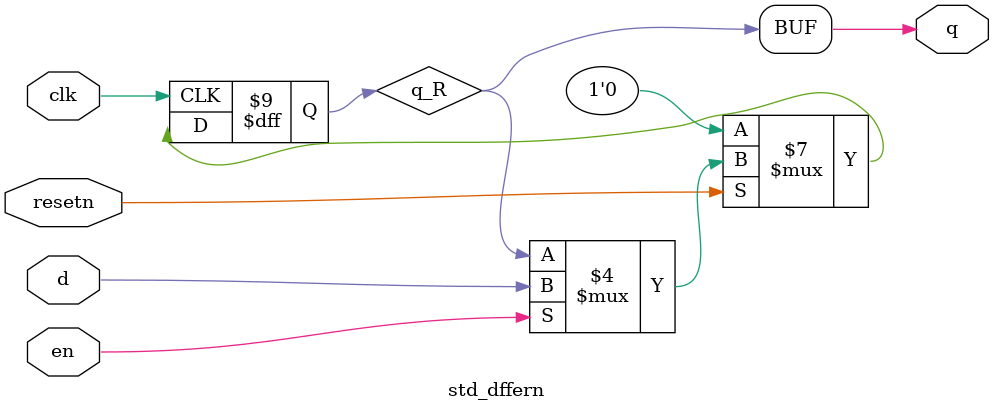
<source format=v>

module std_dffern # ( 
    parameter                       DFF_WIDTH           = 1,
    parameter [DFF_WIDTH - 1:0]     DFF_RESET_VALUE     = 'b0
) (
    input   wire                        clk,
    input   wire                        resetn,
    input   wire                        en,

    input   wire [DFF_WIDTH - 1:0]      d,
    output  wire [DFF_WIDTH - 1:0]      q
);

    reg  [DFF_WIDTH - 1:0]  q_R;

    always @(posedge clk) begin
        
        if (~resetn) begin
            q_R <= DFF_RESET_VALUE;
        end
        else if (en) begin
            q_R <= d;
        end
        else begin
            q_R <= q_R;
        end
    end

    assign q = q_R;

endmodule

</source>
